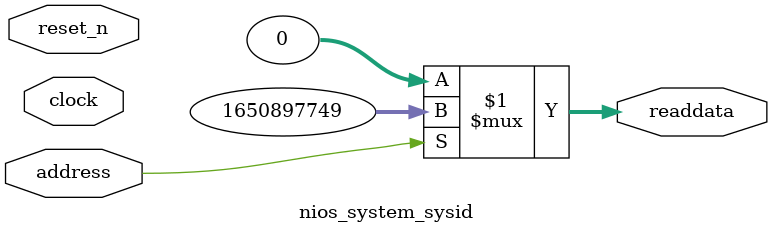
<source format=v>

`timescale 1ns / 1ps
// synthesis translate_on

// turn off superfluous verilog processor warnings 
// altera message_level Level1 
// altera message_off 10034 10035 10036 10037 10230 10240 10030 

module nios_system_sysid (
               // inputs:
                address,
                clock,
                reset_n,

               // outputs:
                readdata
             )
;

  output  [ 31: 0] readdata;
  input            address;
  input            clock;
  input            reset_n;

  wire    [ 31: 0] readdata;
  //control_slave, which is an e_avalon_slave
  assign readdata = address ? 1650897749 : 0;

endmodule




</source>
